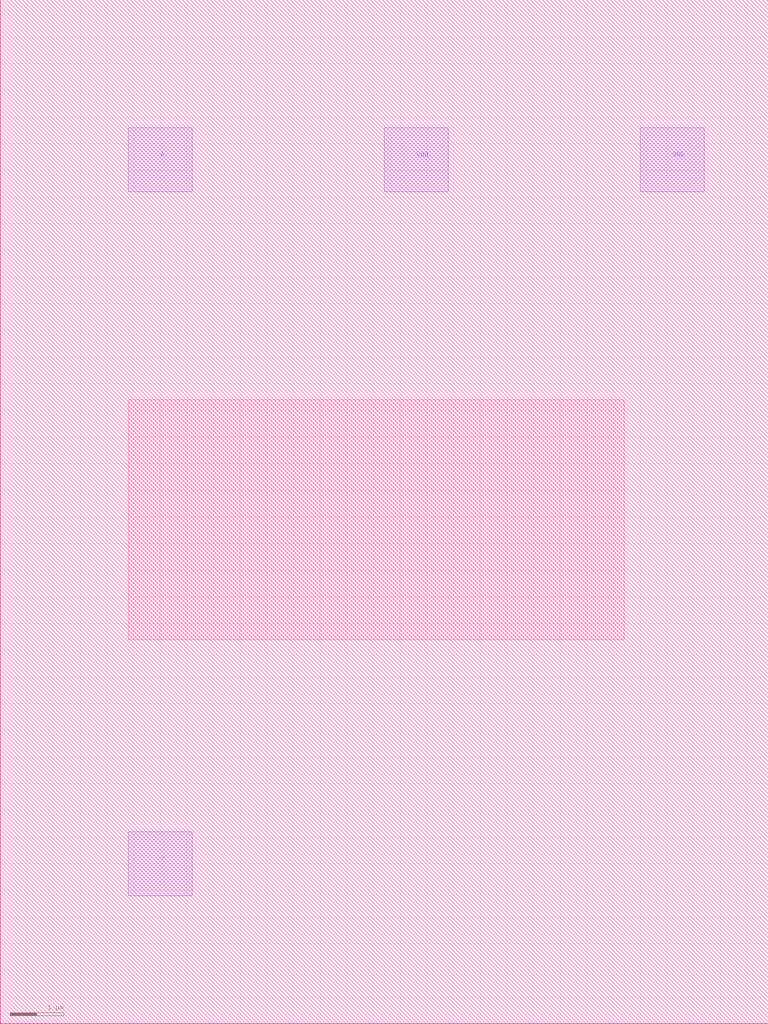
<source format=lef>
VERSION 5.6 ;

BUSBITCHARS "[]" ;

DIVIDERCHAR "/" ;

UNITS
    DATABASE MICRONS 2000 ;
END UNITS

MANUFACTURINGGRID 0.000500 ; 

CLEARANCEMEASURE EUCLIDEAN ; 

USEMINSPACING OBS ON ; 

SITE CoreSite
    CLASS CORE ;
    SIZE 2.400000 BY 2.400000 ;
END CoreSite

LAYER m1
   TYPE ROUTING ;
   DIRECTION VERTICAL ;
   MINWIDTH 1.200000 ;
   AREA 0.810000 ;
   WIDTH 1.200000 ;
   SPACINGTABLE
      PARALLELRUNLENGTH 0.0
      WIDTH 0.0 1.200000 ;
   PITCH 2.400000 2.400000 ;
END m1

LAYER v1
    TYPE CUT ;
    SPACING 0.900000 ;
    WIDTH 0.600000 ;
    ENCLOSURE ABOVE 0.300000 0.300000 ;
    ENCLOSURE BELOW 0.300000 0.300000 ;
END v1

LAYER m2
   TYPE ROUTING ;
   DIRECTION HORIZONTAL ;
   MINWIDTH 1.200000 ;
   AREA 0.810000 ;
   WIDTH 1.200000 ;
   SPACINGTABLE
      PARALLELRUNLENGTH 0.0
      WIDTH 0.0 1.200000 ;
   PITCH 2.400000 2.400000 ;
END m2

LAYER v2
    TYPE CUT ;
    SPACING 0.900000 ;
    WIDTH 0.600000 ;
    ENCLOSURE ABOVE 0.300000 0.300000 ;
    ENCLOSURE BELOW 0.300000 0.300000 ;
END v2

LAYER m3
   TYPE ROUTING ;
   DIRECTION VERTICAL ;
   MINWIDTH 1.800000 ;
   AREA 2.250000 ;
   WIDTH 1.800000 ;
   SPACINGTABLE
      PARALLELRUNLENGTH 0.0
      WIDTH 0.0 1.200000 ;
   PITCH 3.000000 3.000000 ;
END m3

LAYER OVERLAP
   TYPE OVERLAP ;
END OVERLAP

VIA v1_C DEFAULT
   LAYER m1 ;
     RECT -0.600000 -0.600000 0.600000 0.600000 ;
   LAYER v1 ;
     RECT -0.300000 -0.300000 0.300000 0.300000 ;
   LAYER m2 ;
     RECT -0.600000 -0.600000 0.600000 0.600000 ;
END v1_C

VIA v2_C DEFAULT
   LAYER m2 ;
     RECT -0.600000 -0.600000 0.600000 0.600000 ;
   LAYER v2 ;
     RECT -0.300000 -0.300000 0.300000 0.300000 ;
   LAYER m3 ;
     RECT -0.600000 -0.600000 0.600000 0.600000 ;
END v2_C

MACRO INVX8
    CLASS CORE ;
    FOREIGN INVX8 0.000000 0.000000 ;
    ORIGIN 0.000000 0.000000 ;
    SIZE 14.400000 BY 19.200000 ;
    SYMMETRY X Y ;
    SITE CoreSite ;
    PIN A
        DIRECTION INPUT ;
        USE SIGNAL ;
        PORT
        LAYER m2 ;
        RECT 2.400000 15.600000 3.600000 16.800000 ;
        END
    END A
    PIN Y
        DIRECTION OUTPUT ;
        USE SIGNAL ;
        PORT
        LAYER m2 ;
        RECT 2.400000 2.400000 3.600000 3.600000 ;
        END
        ANTENNADIFFAREA 36.000000 ;
    END Y
    PIN Vdd
        DIRECTION INPUT ;
        USE POWER ;
        PORT
        LAYER m2 ;
        RECT 7.200000 15.600000 8.400000 16.800000 ;
        END
        ANTENNADIFFAREA 28.800000 ;
    END Vdd
    PIN GND
        DIRECTION INPUT ;
        USE GROUND ;
        PORT
        LAYER m2 ;
        RECT 12.000000 15.600000 13.200000 16.800000 ;
        END
        ANTENNADIFFAREA 10.800000 ;
    END GND
    OBS
      LAYER m1 ;
         RECT 2.400000 7.200000 11.700000 11.700000 ;
    END
END INVX8

MACRO welltap_svt
    CLASS CORE WELLTAP ;
    FOREIGN welltap_svt 0.000000 0.000000 ;
    ORIGIN 0.000000 0.000000 ;
    SIZE 4.800000 BY 12.000000 ;
    SYMMETRY X Y ;
    SITE CoreSite ;
    PIN Vdd
        DIRECTION INPUT ;
        USE POWER ;
        PORT
        LAYER m2 ;
        RECT 2.400000 8.400000 3.600000 9.600000 ;
        END
    END Vdd
    PIN GND
        DIRECTION INPUT ;
        USE GROUND ;
        PORT
        LAYER m2 ;
        RECT 2.400000 2.400000 3.600000 3.600000 ;
        END
    END GND
END welltap_svt


</source>
